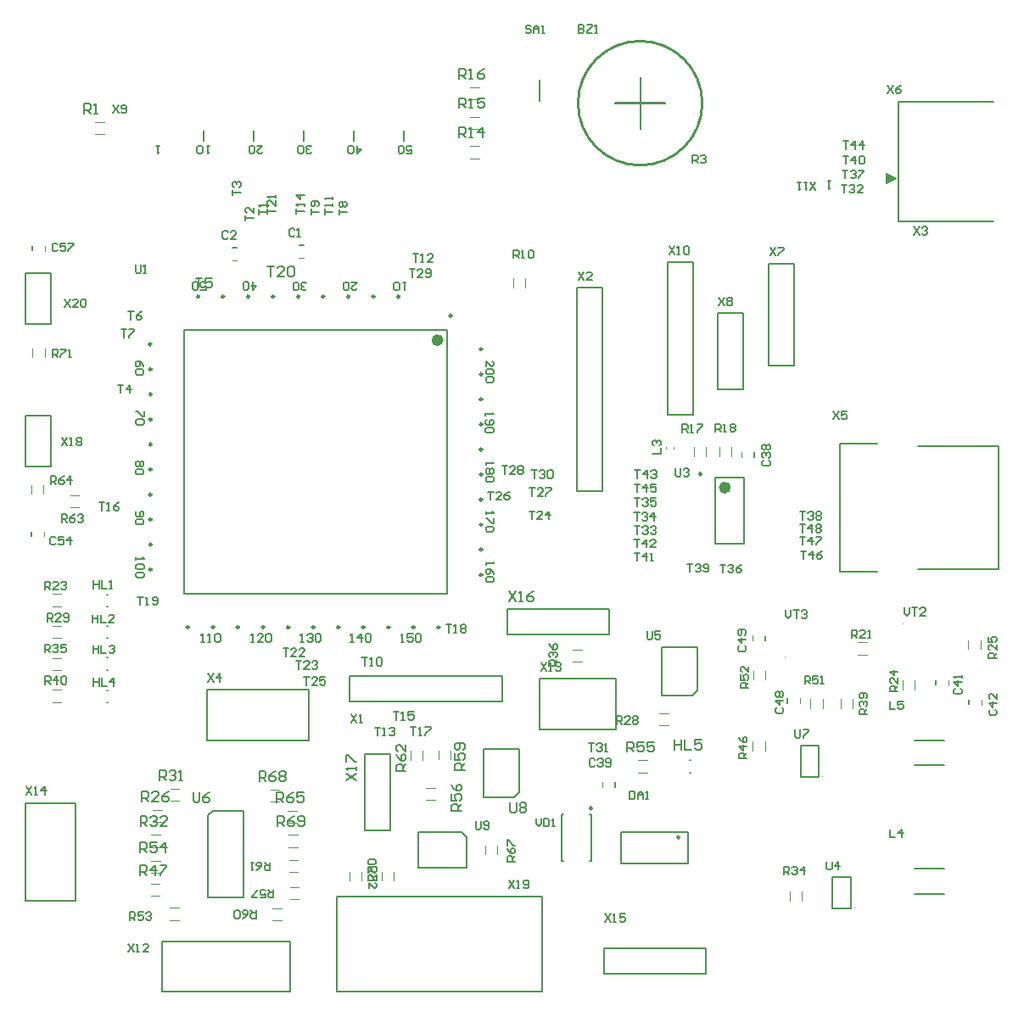
<source format=gto>
G04 Layer_Color=65535*
%FSLAX43Y43*%
%MOMM*%
G71*
G01*
G75*
%ADD39C,0.200*%
%ADD42C,0.600*%
%ADD45C,0.250*%
%ADD67C,0.100*%
%ADD68C,0.102*%
%ADD69C,0.254*%
%ADD70C,0.203*%
%ADD71C,0.127*%
%ADD72C,0.152*%
%ADD73C,0.150*%
G36*
X139183Y158750D02*
X138167Y158242D01*
Y159258D01*
X139183Y158750D01*
D02*
G37*
D39*
X118550Y99400D02*
X118650D01*
X118550Y100600D02*
X118650D01*
X103625Y103725D02*
X111200D01*
Y108750D01*
X103625D02*
X111200D01*
X103625Y103725D02*
Y108750D01*
X140975Y100098D02*
X143950D01*
X140975Y102598D02*
X143950D01*
X140975Y87300D02*
X143950D01*
X140975Y89800D02*
X143950D01*
X68097Y117243D02*
Y143543D01*
X94397Y117243D02*
Y143543D01*
X68097Y117243D02*
X94397D01*
X68097Y143543D02*
X94397D01*
X121075Y122225D02*
Y128825D01*
X123975Y122225D02*
Y128825D01*
X121075D02*
X123975D01*
X121075Y122225D02*
X123975D01*
X111125Y166200D02*
X113625D01*
X111125D02*
Y166250D01*
X116125D01*
Y166200D02*
Y166250D01*
X113625Y166200D02*
X116125D01*
X113625Y166250D02*
Y168825D01*
Y163625D02*
Y166200D01*
X111725Y90325D02*
Y93425D01*
X118425Y90325D02*
Y93425D01*
X111725Y90325D02*
X118425D01*
X111725Y93425D02*
X118425D01*
X60425Y117175D02*
X60525D01*
X60425Y115975D02*
X60525D01*
X60400Y114000D02*
X60500D01*
X60400Y112800D02*
X60500D01*
X60400Y110850D02*
X60500D01*
X60400Y109650D02*
X60500D01*
X60400Y107600D02*
X60500D01*
X60400Y106400D02*
X60500D01*
X108775Y90575D02*
X108775Y95175D01*
X105775D02*
X105775Y90575D01*
X108550Y95175D02*
X108775D01*
X108550Y90575D02*
X108775D01*
X105775Y95175D02*
X106000D01*
X105775Y90575D02*
X106000D01*
X65900Y77500D02*
X78700D01*
Y82525D01*
X65900D02*
X78700D01*
X65900Y77500D02*
Y82525D01*
X52275Y86550D02*
Y96325D01*
Y86550D02*
X57300D01*
Y96325D01*
X52275D02*
X57300D01*
X103625Y166425D02*
Y168500D01*
Y166450D02*
Y168525D01*
X133525Y119425D02*
X137325D01*
X133525D02*
Y132225D01*
X137325D01*
X141325Y131925D02*
X149425D01*
Y119725D02*
Y131925D01*
X141325Y119725D02*
X149425D01*
X84325Y98625D02*
X85325Y99291D01*
X84325D02*
X85325Y98625D01*
Y99625D02*
Y99958D01*
Y99791D01*
X84325D01*
X84492Y99625D01*
X84325Y100458D02*
Y101124D01*
X84492D01*
X85158Y100458D01*
X85325D01*
X100600Y96400D02*
Y95567D01*
X100767Y95400D01*
X101100D01*
X101266Y95567D01*
Y96400D01*
X101600Y96233D02*
X101766Y96400D01*
X102100D01*
X102266Y96233D01*
Y96066D01*
X102100Y95900D01*
X102266Y95733D01*
Y95567D01*
X102100Y95400D01*
X101766D01*
X101600Y95567D01*
Y95733D01*
X101766Y95900D01*
X101600Y96066D01*
Y96233D01*
X101766Y95900D02*
X102100D01*
X69011Y97403D02*
Y96570D01*
X69177Y96403D01*
X69510D01*
X69677Y96570D01*
Y97403D01*
X70677D02*
X70343Y97236D01*
X70010Y96903D01*
Y96570D01*
X70177Y96403D01*
X70510D01*
X70677Y96570D01*
Y96736D01*
X70510Y96903D01*
X70010D01*
X77445Y94005D02*
Y95005D01*
X77944D01*
X78111Y94838D01*
Y94505D01*
X77944Y94339D01*
X77445D01*
X77778D02*
X78111Y94005D01*
X79111Y95005D02*
X78777Y94838D01*
X78444Y94505D01*
Y94172D01*
X78611Y94005D01*
X78944D01*
X79111Y94172D01*
Y94339D01*
X78944Y94505D01*
X78444D01*
X79444Y94172D02*
X79611Y94005D01*
X79944D01*
X80110Y94172D01*
Y94838D01*
X79944Y95005D01*
X79611D01*
X79444Y94838D01*
Y94672D01*
X79611Y94505D01*
X80110D01*
X75616Y98552D02*
Y99552D01*
X76116D01*
X76282Y99385D01*
Y99052D01*
X76116Y98885D01*
X75616D01*
X75949D02*
X76282Y98552D01*
X77282Y99552D02*
X76949Y99385D01*
X76615Y99052D01*
Y98719D01*
X76782Y98552D01*
X77115D01*
X77282Y98719D01*
Y98885D01*
X77115Y99052D01*
X76615D01*
X77615Y99385D02*
X77782Y99552D01*
X78115D01*
X78282Y99385D01*
Y99218D01*
X78115Y99052D01*
X78282Y98885D01*
Y98719D01*
X78115Y98552D01*
X77782D01*
X77615Y98719D01*
Y98885D01*
X77782Y99052D01*
X77615Y99218D01*
Y99385D01*
X77782Y99052D02*
X78115D01*
X77368Y96418D02*
Y97418D01*
X77868D01*
X78035Y97251D01*
Y96918D01*
X77868Y96752D01*
X77368D01*
X77702D02*
X78035Y96418D01*
X79035Y97418D02*
X78701Y97251D01*
X78368Y96918D01*
Y96585D01*
X78535Y96418D01*
X78868D01*
X79035Y96585D01*
Y96752D01*
X78868Y96918D01*
X78368D01*
X80034Y97418D02*
X79368D01*
Y96918D01*
X79701Y97085D01*
X79868D01*
X80034Y96918D01*
Y96585D01*
X79868Y96418D01*
X79534D01*
X79368Y96585D01*
X90250Y99525D02*
X89250D01*
Y100025D01*
X89417Y100191D01*
X89750D01*
X89917Y100025D01*
Y99525D01*
Y99858D02*
X90250Y100191D01*
X89250Y101191D02*
X89417Y100858D01*
X89750Y100525D01*
X90083D01*
X90250Y100691D01*
Y101025D01*
X90083Y101191D01*
X89917D01*
X89750Y101025D01*
Y100525D01*
X90250Y102191D02*
Y101524D01*
X89584Y102191D01*
X89417D01*
X89250Y102024D01*
Y101691D01*
X89417Y101524D01*
X96125Y99650D02*
X95125D01*
Y100150D01*
X95292Y100316D01*
X95625D01*
X95792Y100150D01*
Y99650D01*
Y99983D02*
X96125Y100316D01*
X95125Y101316D02*
Y100650D01*
X95625D01*
X95459Y100983D01*
Y101150D01*
X95625Y101316D01*
X95958D01*
X96125Y101150D01*
Y100816D01*
X95958Y100650D01*
Y101649D02*
X96125Y101816D01*
Y102149D01*
X95958Y102316D01*
X95292D01*
X95125Y102149D01*
Y101816D01*
X95292Y101649D01*
X95459D01*
X95625Y101816D01*
Y102316D01*
X95800Y95550D02*
X94800D01*
Y96050D01*
X94967Y96216D01*
X95300D01*
X95467Y96050D01*
Y95550D01*
Y95883D02*
X95800Y96216D01*
X94800Y97216D02*
Y96550D01*
X95300D01*
X95134Y96883D01*
Y97050D01*
X95300Y97216D01*
X95633D01*
X95800Y97050D01*
Y96716D01*
X95633Y96550D01*
X94800Y98216D02*
X94967Y97883D01*
X95300Y97549D01*
X95633D01*
X95800Y97716D01*
Y98049D01*
X95633Y98216D01*
X95467D01*
X95300Y98049D01*
Y97549D01*
X63729Y91440D02*
Y92440D01*
X64228D01*
X64395Y92273D01*
Y91940D01*
X64228Y91773D01*
X63729D01*
X64062D02*
X64395Y91440D01*
X65395Y92440D02*
X64728D01*
Y91940D01*
X65062Y92106D01*
X65228D01*
X65395Y91940D01*
Y91607D01*
X65228Y91440D01*
X64895D01*
X64728Y91607D01*
X66228Y91440D02*
Y92440D01*
X65728Y91940D01*
X66394D01*
X63703Y89129D02*
Y90128D01*
X64203D01*
X64370Y89962D01*
Y89628D01*
X64203Y89462D01*
X63703D01*
X64036D02*
X64370Y89129D01*
X65203D02*
Y90128D01*
X64703Y89628D01*
X65369D01*
X65703Y90128D02*
X66369D01*
Y89962D01*
X65703Y89295D01*
Y89129D01*
X63754Y94005D02*
Y95005D01*
X64254D01*
X64420Y94838D01*
Y94505D01*
X64254Y94339D01*
X63754D01*
X64087D02*
X64420Y94005D01*
X64754Y94838D02*
X64920Y95005D01*
X65254D01*
X65420Y94838D01*
Y94672D01*
X65254Y94505D01*
X65087D01*
X65254D01*
X65420Y94339D01*
Y94172D01*
X65254Y94005D01*
X64920D01*
X64754Y94172D01*
X66420Y94005D02*
X65753D01*
X66420Y94672D01*
Y94838D01*
X66253Y95005D01*
X65920D01*
X65753Y94838D01*
X65634Y98603D02*
Y99602D01*
X66133D01*
X66300Y99436D01*
Y99103D01*
X66133Y98936D01*
X65634D01*
X65967D02*
X66300Y98603D01*
X66633Y99436D02*
X66800Y99602D01*
X67133D01*
X67300Y99436D01*
Y99269D01*
X67133Y99103D01*
X66966D01*
X67133D01*
X67300Y98936D01*
Y98769D01*
X67133Y98603D01*
X66800D01*
X66633Y98769D01*
X67633Y98603D02*
X67966D01*
X67800D01*
Y99602D01*
X67633Y99436D01*
X63906Y96520D02*
Y97520D01*
X64406D01*
X64573Y97353D01*
Y97020D01*
X64406Y96853D01*
X63906D01*
X64240D02*
X64573Y96520D01*
X65573D02*
X64906D01*
X65573Y97186D01*
Y97353D01*
X65406Y97520D01*
X65073D01*
X64906Y97353D01*
X66572Y97520D02*
X66239Y97353D01*
X65906Y97020D01*
Y96687D01*
X66072Y96520D01*
X66406D01*
X66572Y96687D01*
Y96853D01*
X66406Y97020D01*
X65906D01*
X76434Y149905D02*
X77100D01*
X76767D01*
Y148906D01*
X78100D02*
X77433D01*
X78100Y149572D01*
Y149739D01*
X77933Y149905D01*
X77600D01*
X77433Y149739D01*
X78433D02*
X78600Y149905D01*
X78933D01*
X79100Y149739D01*
Y149072D01*
X78933Y148906D01*
X78600D01*
X78433Y149072D01*
Y149739D01*
X69259Y148755D02*
X69925D01*
X69592D01*
Y147756D01*
X70925Y148755D02*
X70258D01*
Y148256D01*
X70592Y148422D01*
X70758D01*
X70925Y148256D01*
Y147922D01*
X70758Y147756D01*
X70425D01*
X70258Y147922D01*
X112344Y101448D02*
Y102447D01*
X112844D01*
X113011Y102281D01*
Y101947D01*
X112844Y101781D01*
X112344D01*
X112677D02*
X113011Y101448D01*
X114010Y102447D02*
X113344D01*
Y101947D01*
X113677Y102114D01*
X113844D01*
X114010Y101947D01*
Y101614D01*
X113844Y101448D01*
X113510D01*
X113344Y101614D01*
X115010Y102447D02*
X114344D01*
Y101947D01*
X114677Y102114D01*
X114843D01*
X115010Y101947D01*
Y101614D01*
X114843Y101448D01*
X114510D01*
X114344Y101614D01*
X117087Y102688D02*
Y101688D01*
Y102188D01*
X117753D01*
Y102688D01*
Y101688D01*
X118086Y102688D02*
Y101688D01*
X118753D01*
X119752Y102688D02*
X119086D01*
Y102188D01*
X119419Y102355D01*
X119586D01*
X119752Y102188D01*
Y101855D01*
X119586Y101688D01*
X119253D01*
X119086Y101855D01*
X133875Y162400D02*
X134408D01*
X134142D01*
Y161600D01*
X135075D02*
Y162400D01*
X134675Y162000D01*
X135208D01*
X135874Y161600D02*
Y162400D01*
X135474Y162000D01*
X136008D01*
X133875Y160925D02*
X134408D01*
X134142D01*
Y160125D01*
X135075D02*
Y160925D01*
X134675Y160525D01*
X135208D01*
X135474Y160791D02*
X135608Y160925D01*
X135874D01*
X136008Y160791D01*
Y160258D01*
X135874Y160125D01*
X135608D01*
X135474Y160258D01*
Y160791D01*
X133825Y159500D02*
X134358D01*
X134092D01*
Y158700D01*
X134625Y159366D02*
X134758Y159500D01*
X135025D01*
X135158Y159366D01*
Y159233D01*
X135025Y159100D01*
X134891D01*
X135025D01*
X135158Y158967D01*
Y158833D01*
X135025Y158700D01*
X134758D01*
X134625Y158833D01*
X135424Y159500D02*
X135958D01*
Y159366D01*
X135424Y158833D01*
Y158700D01*
X133700Y158050D02*
X134233D01*
X133967D01*
Y157250D01*
X134500Y157916D02*
X134633Y158050D01*
X134900D01*
X135033Y157916D01*
Y157783D01*
X134900Y157650D01*
X134766D01*
X134900D01*
X135033Y157517D01*
Y157383D01*
X134900Y157250D01*
X134633D01*
X134500Y157383D01*
X135833Y157250D02*
X135299D01*
X135833Y157783D01*
Y157916D01*
X135699Y158050D01*
X135433D01*
X135299Y157916D01*
X118325Y120200D02*
X118858D01*
X118592D01*
Y119400D01*
X119125Y120066D02*
X119258Y120200D01*
X119525D01*
X119658Y120066D01*
Y119933D01*
X119525Y119800D01*
X119391D01*
X119525D01*
X119658Y119667D01*
Y119533D01*
X119525Y119400D01*
X119258D01*
X119125Y119533D01*
X119924D02*
X120058Y119400D01*
X120324D01*
X120458Y119533D01*
Y120066D01*
X120324Y120200D01*
X120058D01*
X119924Y120066D01*
Y119933D01*
X120058Y119800D01*
X120458D01*
X121600Y120150D02*
X122133D01*
X121867D01*
Y119350D01*
X122400Y120016D02*
X122533Y120150D01*
X122800D01*
X122933Y120016D01*
Y119883D01*
X122800Y119750D01*
X122666D01*
X122800D01*
X122933Y119617D01*
Y119483D01*
X122800Y119350D01*
X122533D01*
X122400Y119483D01*
X123733Y120150D02*
X123466Y120016D01*
X123199Y119750D01*
Y119483D01*
X123333Y119350D01*
X123599D01*
X123733Y119483D01*
Y119617D01*
X123599Y119750D01*
X123199D01*
X108500Y102300D02*
X109033D01*
X108767D01*
Y101500D01*
X109300Y102166D02*
X109433Y102300D01*
X109700D01*
X109833Y102166D01*
Y102033D01*
X109700Y101900D01*
X109566D01*
X109700D01*
X109833Y101767D01*
Y101633D01*
X109700Y101500D01*
X109433D01*
X109300Y101633D01*
X110099Y101500D02*
X110366D01*
X110233D01*
Y102300D01*
X110099Y102166D01*
X138328Y167983D02*
X138862Y167183D01*
Y167983D02*
X138328Y167183D01*
X139661Y167983D02*
X139395Y167849D01*
X139128Y167583D01*
Y167316D01*
X139261Y167183D01*
X139528D01*
X139661Y167316D01*
Y167449D01*
X139528Y167583D01*
X139128D01*
X132918Y135445D02*
X133451Y134645D01*
Y135445D02*
X132918Y134645D01*
X134251Y135445D02*
X133718D01*
Y135045D01*
X133985Y135179D01*
X134118D01*
X134251Y135045D01*
Y134779D01*
X134118Y134645D01*
X133851D01*
X133718Y134779D01*
X126619Y151777D02*
X127152Y150978D01*
Y151777D02*
X126619Y150978D01*
X127419Y151777D02*
X127952D01*
Y151644D01*
X127419Y151111D01*
Y150978D01*
X80075Y108925D02*
X80608D01*
X80342D01*
Y108125D01*
X81408D02*
X80875D01*
X81408Y108658D01*
Y108791D01*
X81275Y108925D01*
X81008D01*
X80875Y108791D01*
X82208Y108925D02*
X81674D01*
Y108525D01*
X81941Y108658D01*
X82074D01*
X82208Y108525D01*
Y108258D01*
X82074Y108125D01*
X81808D01*
X81674Y108258D01*
X79275Y110525D02*
X79808D01*
X79542D01*
Y109725D01*
X80608D02*
X80075D01*
X80608Y110258D01*
Y110391D01*
X80475Y110525D01*
X80208D01*
X80075Y110391D01*
X80874D02*
X81008Y110525D01*
X81274D01*
X81408Y110391D01*
Y110258D01*
X81274Y110125D01*
X81141D01*
X81274D01*
X81408Y109992D01*
Y109858D01*
X81274Y109725D01*
X81008D01*
X80874Y109858D01*
X90957Y151142D02*
X91491D01*
X91224D01*
Y150343D01*
X91757D02*
X92024D01*
X91890D01*
Y151142D01*
X91757Y151009D01*
X92957Y150343D02*
X92424D01*
X92957Y150876D01*
Y151009D01*
X92823Y151142D01*
X92557D01*
X92424Y151009D01*
X102775Y129575D02*
X103308D01*
X103042D01*
Y128775D01*
X103575Y129441D02*
X103708Y129575D01*
X103975D01*
X104108Y129441D01*
Y129308D01*
X103975Y129175D01*
X103841D01*
X103975D01*
X104108Y129042D01*
Y128908D01*
X103975Y128775D01*
X103708D01*
X103575Y128908D01*
X104374Y129441D02*
X104508Y129575D01*
X104774D01*
X104908Y129441D01*
Y128908D01*
X104774Y128775D01*
X104508D01*
X104374Y128908D01*
Y129441D01*
X77997Y111803D02*
X78530D01*
X78264D01*
Y111003D01*
X79330D02*
X78797D01*
X79330Y111536D01*
Y111669D01*
X79197Y111803D01*
X78930D01*
X78797Y111669D01*
X80130Y111003D02*
X79597D01*
X80130Y111536D01*
Y111669D01*
X79996Y111803D01*
X79730D01*
X79597Y111669D01*
X102550Y125475D02*
X103083D01*
X102817D01*
Y124675D01*
X103883D02*
X103350D01*
X103883Y125208D01*
Y125341D01*
X103750Y125475D01*
X103483D01*
X103350Y125341D01*
X104549Y124675D02*
Y125475D01*
X104149Y125075D01*
X104683D01*
X63475Y116925D02*
X64008D01*
X63742D01*
Y116125D01*
X64275D02*
X64541D01*
X64408D01*
Y116925D01*
X64275Y116791D01*
X64941Y116258D02*
X65074Y116125D01*
X65341D01*
X65474Y116258D01*
Y116791D01*
X65341Y116925D01*
X65074D01*
X64941Y116791D01*
Y116658D01*
X65074Y116525D01*
X65474D01*
X90602Y149618D02*
X91135D01*
X90868D01*
Y148819D01*
X91935D02*
X91402D01*
X91935Y149352D01*
Y149485D01*
X91801Y149618D01*
X91535D01*
X91402Y149485D01*
X92201Y148952D02*
X92335Y148819D01*
X92601D01*
X92734Y148952D01*
Y149485D01*
X92601Y149618D01*
X92335D01*
X92201Y149485D01*
Y149352D01*
X92335Y149218D01*
X92734D01*
X76425Y155150D02*
Y155683D01*
Y155417D01*
X77225D01*
Y156483D02*
Y155950D01*
X76692Y156483D01*
X76559D01*
X76425Y156350D01*
Y156083D01*
X76559Y155950D01*
X77225Y156749D02*
Y157016D01*
Y156883D01*
X76425D01*
X76559Y156749D01*
X94250Y114150D02*
X94783D01*
X94517D01*
Y113350D01*
X95050D02*
X95316D01*
X95183D01*
Y114150D01*
X95050Y114016D01*
X95716D02*
X95849Y114150D01*
X96116D01*
X96249Y114016D01*
Y113883D01*
X96116Y113750D01*
X96249Y113617D01*
Y113483D01*
X96116Y113350D01*
X95849D01*
X95716Y113483D01*
Y113617D01*
X95849Y113750D01*
X95716Y113883D01*
Y114016D01*
X95849Y113750D02*
X96116D01*
X90725Y103900D02*
X91258D01*
X90992D01*
Y103100D01*
X91525D02*
X91791D01*
X91658D01*
Y103900D01*
X91525Y103766D01*
X92191Y103900D02*
X92724D01*
Y103766D01*
X92191Y103233D01*
Y103100D01*
X89025Y105450D02*
X89558D01*
X89292D01*
Y104650D01*
X89825D02*
X90091D01*
X89958D01*
Y105450D01*
X89825Y105316D01*
X91024Y105450D02*
X90491D01*
Y105050D01*
X90758Y105183D01*
X90891D01*
X91024Y105050D01*
Y104783D01*
X90891Y104650D01*
X90624D01*
X90491Y104783D01*
X87125Y103875D02*
X87658D01*
X87392D01*
Y103075D01*
X87925D02*
X88191D01*
X88058D01*
Y103875D01*
X87925Y103741D01*
X88591D02*
X88724Y103875D01*
X88991D01*
X89124Y103741D01*
Y103608D01*
X88991Y103475D01*
X88858D01*
X88991D01*
X89124Y103342D01*
Y103208D01*
X88991Y103075D01*
X88724D01*
X88591Y103208D01*
X85850Y110850D02*
X86383D01*
X86117D01*
Y110050D01*
X86650D02*
X86916D01*
X86783D01*
Y110850D01*
X86650Y110716D01*
X87316D02*
X87449Y110850D01*
X87716D01*
X87849Y110716D01*
Y110183D01*
X87716Y110050D01*
X87449D01*
X87316Y110183D01*
Y110716D01*
X72950Y157025D02*
Y157558D01*
Y157292D01*
X73750D01*
X73084Y157825D02*
X72950Y157958D01*
Y158225D01*
X73084Y158358D01*
X73217D01*
X73350Y158225D01*
Y158091D01*
Y158225D01*
X73483Y158358D01*
X73617D01*
X73750Y158225D01*
Y157958D01*
X73617Y157825D01*
X74250Y154450D02*
Y154983D01*
Y154717D01*
X75050D01*
Y155783D02*
Y155250D01*
X74517Y155783D01*
X74384D01*
X74250Y155650D01*
Y155383D01*
X74384Y155250D01*
X75600Y155050D02*
Y155583D01*
Y155317D01*
X76400D01*
Y155850D02*
Y156116D01*
Y155983D01*
X75600D01*
X75734Y155850D01*
X100990Y150724D02*
Y151523D01*
X101390D01*
X101524Y151390D01*
Y151123D01*
X101390Y150990D01*
X100990D01*
X101257D02*
X101524Y150724D01*
X101790D02*
X102057D01*
X101923D01*
Y151523D01*
X101790Y151390D01*
X102457D02*
X102590Y151523D01*
X102856D01*
X102990Y151390D01*
Y150857D01*
X102856Y150724D01*
X102590D01*
X102457Y150857D01*
Y151390D01*
X114875Y131225D02*
X115675D01*
Y131758D01*
X115009Y132025D02*
X114875Y132158D01*
Y132425D01*
X115009Y132558D01*
X115142D01*
X115275Y132425D01*
Y132291D01*
Y132425D01*
X115408Y132558D01*
X115542D01*
X115675Y132425D01*
Y132158D01*
X115542Y132025D01*
X79300Y155125D02*
Y155658D01*
Y155392D01*
X80100D01*
Y155925D02*
Y156191D01*
Y156058D01*
X79300D01*
X79434Y155925D01*
X80100Y156991D02*
X79300D01*
X79700Y156591D01*
Y157124D01*
X82150Y155100D02*
Y155633D01*
Y155367D01*
X82950D01*
Y155900D02*
Y156166D01*
Y156033D01*
X82150D01*
X82284Y155900D01*
X82950Y156566D02*
Y156833D01*
Y156699D01*
X82150D01*
X82284Y156566D01*
X80775Y155100D02*
Y155633D01*
Y155367D01*
X81575D01*
X81442Y155900D02*
X81575Y156033D01*
Y156300D01*
X81442Y156433D01*
X80909D01*
X80775Y156300D01*
Y156033D01*
X80909Y155900D01*
X81042D01*
X81175Y156033D01*
Y156433D01*
X83575Y155050D02*
Y155583D01*
Y155317D01*
X84375D01*
X83709Y155850D02*
X83575Y155983D01*
Y156250D01*
X83709Y156383D01*
X83842D01*
X83975Y156250D01*
X84108Y156383D01*
X84242D01*
X84375Y156250D01*
Y155983D01*
X84242Y155850D01*
X84108D01*
X83975Y155983D01*
X83842Y155850D01*
X83709D01*
X83975Y155983D02*
Y156250D01*
X113075Y128175D02*
X113608D01*
X113342D01*
Y127375D01*
X114275D02*
Y128175D01*
X113875Y127775D01*
X114408D01*
X115208Y128175D02*
X114674D01*
Y127775D01*
X114941Y127908D01*
X115074D01*
X115208Y127775D01*
Y127508D01*
X115074Y127375D01*
X114808D01*
X114674Y127508D01*
X113100Y129550D02*
X113633D01*
X113367D01*
Y128750D01*
X114300D02*
Y129550D01*
X113900Y129150D01*
X114433D01*
X114699Y129416D02*
X114833Y129550D01*
X115099D01*
X115233Y129416D01*
Y129283D01*
X115099Y129150D01*
X114966D01*
X115099D01*
X115233Y129017D01*
Y128883D01*
X115099Y128750D01*
X114833D01*
X114699Y128883D01*
X129575Y125425D02*
X130108D01*
X129842D01*
Y124625D01*
X130375Y125291D02*
X130508Y125425D01*
X130775D01*
X130908Y125291D01*
Y125158D01*
X130775Y125025D01*
X130641D01*
X130775D01*
X130908Y124892D01*
Y124758D01*
X130775Y124625D01*
X130508D01*
X130375Y124758D01*
X131174Y125291D02*
X131308Y125425D01*
X131574D01*
X131708Y125291D01*
Y125158D01*
X131574Y125025D01*
X131708Y124892D01*
Y124758D01*
X131574Y124625D01*
X131308D01*
X131174Y124758D01*
Y124892D01*
X131308Y125025D01*
X131174Y125158D01*
Y125291D01*
X131308Y125025D02*
X131574D01*
X98450Y127425D02*
X98983D01*
X98717D01*
Y126625D01*
X99783D02*
X99250D01*
X99783Y127158D01*
Y127291D01*
X99650Y127425D01*
X99383D01*
X99250Y127291D01*
X100583Y127425D02*
X100316Y127291D01*
X100049Y127025D01*
Y126758D01*
X100183Y126625D01*
X100449D01*
X100583Y126758D01*
Y126892D01*
X100449Y127025D01*
X100049D01*
X99825Y129975D02*
X100358D01*
X100092D01*
Y129175D01*
X101158D02*
X100625D01*
X101158Y129708D01*
Y129841D01*
X101025Y129975D01*
X100758D01*
X100625Y129841D01*
X101424D02*
X101558Y129975D01*
X101824D01*
X101958Y129841D01*
Y129708D01*
X101824Y129575D01*
X101958Y129442D01*
Y129308D01*
X101824Y129175D01*
X101558D01*
X101424Y129308D01*
Y129442D01*
X101558Y129575D01*
X101424Y129708D01*
Y129841D01*
X101558Y129575D02*
X101824D01*
X59625Y126350D02*
X60158D01*
X59892D01*
Y125550D01*
X60425D02*
X60691D01*
X60558D01*
Y126350D01*
X60425Y126216D01*
X61624Y126350D02*
X61358Y126216D01*
X61091Y125950D01*
Y125683D01*
X61224Y125550D01*
X61491D01*
X61624Y125683D01*
Y125817D01*
X61491Y125950D01*
X61091D01*
X61518Y138057D02*
X62051D01*
X61785D01*
Y137257D01*
X62718D02*
Y138057D01*
X62318Y137657D01*
X62851D01*
X113075Y126775D02*
X113608D01*
X113342D01*
Y125975D01*
X113875Y126641D02*
X114008Y126775D01*
X114275D01*
X114408Y126641D01*
Y126508D01*
X114275Y126375D01*
X114141D01*
X114275D01*
X114408Y126242D01*
Y126108D01*
X114275Y125975D01*
X114008D01*
X113875Y126108D01*
X115208Y126775D02*
X114674D01*
Y126375D01*
X114941Y126508D01*
X115074D01*
X115208Y126375D01*
Y126108D01*
X115074Y125975D01*
X114808D01*
X114674Y126108D01*
X113025Y125350D02*
X113558D01*
X113292D01*
Y124550D01*
X113825Y125216D02*
X113958Y125350D01*
X114225D01*
X114358Y125216D01*
Y125083D01*
X114225Y124950D01*
X114091D01*
X114225D01*
X114358Y124817D01*
Y124683D01*
X114225Y124550D01*
X113958D01*
X113825Y124683D01*
X115024Y124550D02*
Y125350D01*
X114624Y124950D01*
X115158D01*
X113075Y123975D02*
X113608D01*
X113342D01*
Y123175D01*
X113875Y123841D02*
X114008Y123975D01*
X114275D01*
X114408Y123841D01*
Y123708D01*
X114275Y123575D01*
X114141D01*
X114275D01*
X114408Y123442D01*
Y123308D01*
X114275Y123175D01*
X114008D01*
X113875Y123308D01*
X114674Y123841D02*
X114808Y123975D01*
X115074D01*
X115208Y123841D01*
Y123708D01*
X115074Y123575D01*
X114941D01*
X115074D01*
X115208Y123442D01*
Y123308D01*
X115074Y123175D01*
X114808D01*
X114674Y123308D01*
X129550Y124150D02*
X130083D01*
X129817D01*
Y123350D01*
X130750D02*
Y124150D01*
X130350Y123750D01*
X130883D01*
X131149Y124016D02*
X131283Y124150D01*
X131549D01*
X131683Y124016D01*
Y123883D01*
X131549Y123750D01*
X131683Y123617D01*
Y123483D01*
X131549Y123350D01*
X131283D01*
X131149Y123483D01*
Y123617D01*
X131283Y123750D01*
X131149Y123883D01*
Y124016D01*
X131283Y123750D02*
X131549D01*
X129575Y122900D02*
X130108D01*
X129842D01*
Y122100D01*
X130775D02*
Y122900D01*
X130375Y122500D01*
X130908D01*
X131174Y122900D02*
X131708D01*
Y122766D01*
X131174Y122233D01*
Y122100D01*
X129650Y121500D02*
X130183D01*
X129917D01*
Y120700D01*
X130850D02*
Y121500D01*
X130450Y121100D01*
X130983D01*
X131783Y121500D02*
X131516Y121366D01*
X131249Y121100D01*
Y120833D01*
X131383Y120700D01*
X131649D01*
X131783Y120833D01*
Y120967D01*
X131649Y121100D01*
X131249D01*
X113025Y122650D02*
X113558D01*
X113292D01*
Y121850D01*
X114225D02*
Y122650D01*
X113825Y122250D01*
X114358D01*
X115158Y121850D02*
X114624D01*
X115158Y122383D01*
Y122516D01*
X115024Y122650D01*
X114758D01*
X114624Y122516D01*
X113050Y121325D02*
X113583D01*
X113317D01*
Y120525D01*
X114250D02*
Y121325D01*
X113850Y120925D01*
X114383D01*
X114649Y120525D02*
X114916D01*
X114783D01*
Y121325D01*
X114649Y121191D01*
X61822Y143625D02*
X62355D01*
X62089D01*
Y142825D01*
X62622Y143625D02*
X63155D01*
Y143491D01*
X62622Y142958D01*
Y142825D01*
X62550Y145400D02*
X63083D01*
X62817D01*
Y144600D01*
X63883Y145400D02*
X63616Y145266D01*
X63350Y145000D01*
Y144733D01*
X63483Y144600D01*
X63750D01*
X63883Y144733D01*
Y144867D01*
X63750Y145000D01*
X63350D01*
X61025Y166025D02*
X61558Y165225D01*
Y166025D02*
X61025Y165225D01*
X61825Y165358D02*
X61958Y165225D01*
X62225D01*
X62358Y165358D01*
Y165891D01*
X62225Y166025D01*
X61958D01*
X61825Y165891D01*
Y165758D01*
X61958Y165625D01*
X62358D01*
X149200Y110800D02*
X148400D01*
Y111200D01*
X148534Y111333D01*
X148800D01*
X148933Y111200D01*
Y110800D01*
Y111067D02*
X149200Y111333D01*
Y112133D02*
Y111600D01*
X148667Y112133D01*
X148534D01*
X148400Y112000D01*
Y111733D01*
X148534Y111600D01*
X148400Y112933D02*
Y112399D01*
X148800D01*
X148667Y112666D01*
Y112799D01*
X148800Y112933D01*
X149067D01*
X149200Y112799D01*
Y112533D01*
X149067Y112399D01*
X139350Y107475D02*
X138550D01*
Y107875D01*
X138684Y108008D01*
X138950D01*
X139083Y107875D01*
Y107475D01*
Y107742D02*
X139350Y108008D01*
Y108808D02*
Y108275D01*
X138817Y108808D01*
X138684D01*
X138550Y108675D01*
Y108408D01*
X138684Y108275D01*
X139350Y109474D02*
X138550D01*
X138950Y109074D01*
Y109608D01*
X123509Y112033D02*
X123375Y111900D01*
Y111633D01*
X123509Y111500D01*
X124042D01*
X124175Y111633D01*
Y111900D01*
X124042Y112033D01*
X124175Y112700D02*
X123375D01*
X123775Y112300D01*
Y112833D01*
X124042Y113099D02*
X124175Y113233D01*
Y113499D01*
X124042Y113633D01*
X123509D01*
X123375Y113499D01*
Y113233D01*
X123509Y113099D01*
X123642D01*
X123775Y113233D01*
Y113633D01*
X148559Y105658D02*
X148425Y105525D01*
Y105258D01*
X148559Y105125D01*
X149092D01*
X149225Y105258D01*
Y105525D01*
X149092Y105658D01*
X149225Y106325D02*
X148425D01*
X148825Y105925D01*
Y106458D01*
X149225Y107258D02*
Y106724D01*
X148692Y107258D01*
X148559D01*
X148425Y107124D01*
Y106858D01*
X148559Y106724D01*
X127259Y105858D02*
X127125Y105725D01*
Y105458D01*
X127259Y105325D01*
X127792D01*
X127925Y105458D01*
Y105725D01*
X127792Y105858D01*
X127925Y106525D02*
X127125D01*
X127525Y106125D01*
Y106658D01*
X127259Y106924D02*
X127125Y107058D01*
Y107324D01*
X127259Y107458D01*
X127392D01*
X127525Y107324D01*
X127658Y107458D01*
X127792D01*
X127925Y107324D01*
Y107058D01*
X127792Y106924D01*
X127658D01*
X127525Y107058D01*
X127392Y106924D01*
X127259D01*
X127525Y107058D02*
Y107324D01*
X145059Y107758D02*
X144925Y107625D01*
Y107358D01*
X145059Y107225D01*
X145592D01*
X145725Y107358D01*
Y107625D01*
X145592Y107758D01*
X145725Y108425D02*
X144925D01*
X145325Y108025D01*
Y108558D01*
X145725Y108824D02*
Y109091D01*
Y108958D01*
X144925D01*
X145059Y108824D01*
X110134Y85280D02*
X110668Y84480D01*
Y85280D02*
X110134Y84480D01*
X110934D02*
X111201D01*
X111067D01*
Y85280D01*
X110934Y85147D01*
X112134Y85280D02*
X111601D01*
Y84880D01*
X111867Y85014D01*
X112000D01*
X112134Y84880D01*
Y84614D01*
X112000Y84480D01*
X111734D01*
X111601Y84614D01*
X102743Y173844D02*
X102609Y173977D01*
X102343D01*
X102210Y173844D01*
Y173710D01*
X102343Y173577D01*
X102609D01*
X102743Y173444D01*
Y173310D01*
X102609Y173177D01*
X102343D01*
X102210Y173310D01*
X103009Y173177D02*
Y173710D01*
X103276Y173977D01*
X103543Y173710D01*
Y173177D01*
Y173577D01*
X103009D01*
X103809Y173177D02*
X104076D01*
X103942D01*
Y173977D01*
X103809Y173844D01*
X109108Y100641D02*
X108975Y100775D01*
X108708D01*
X108575Y100641D01*
Y100108D01*
X108708Y99975D01*
X108975D01*
X109108Y100108D01*
X109375Y100641D02*
X109508Y100775D01*
X109775D01*
X109908Y100641D01*
Y100508D01*
X109775Y100375D01*
X109641D01*
X109775D01*
X109908Y100242D01*
Y100108D01*
X109775Y99975D01*
X109508D01*
X109375Y100108D01*
X110174D02*
X110308Y99975D01*
X110574D01*
X110708Y100108D01*
Y100641D01*
X110574Y100775D01*
X110308D01*
X110174Y100641D01*
Y100508D01*
X110308Y100375D01*
X110708D01*
X116510Y151904D02*
X117043Y151105D01*
Y151904D02*
X116510Y151105D01*
X117310D02*
X117576D01*
X117443D01*
Y151904D01*
X117310Y151771D01*
X117976D02*
X118109Y151904D01*
X118376D01*
X118509Y151771D01*
Y151238D01*
X118376Y151105D01*
X118109D01*
X117976Y151238D01*
Y151771D01*
X52375Y97980D02*
X52908Y97180D01*
Y97980D02*
X52375Y97180D01*
X53175D02*
X53441D01*
X53308D01*
Y97980D01*
X53175Y97847D01*
X54241Y97180D02*
Y97980D01*
X53841Y97580D01*
X54374D01*
X62550Y82300D02*
X63083Y81500D01*
Y82300D02*
X62550Y81500D01*
X63350D02*
X63616D01*
X63483D01*
Y82300D01*
X63350Y82166D01*
X64549Y81500D02*
X64016D01*
X64549Y82033D01*
Y82166D01*
X64416Y82300D01*
X64149D01*
X64016Y82166D01*
X121488Y146799D02*
X122021Y145999D01*
Y146799D02*
X121488Y145999D01*
X122288Y146666D02*
X122421Y146799D01*
X122688D01*
X122821Y146666D01*
Y146532D01*
X122688Y146399D01*
X122821Y146266D01*
Y146132D01*
X122688Y145999D01*
X122421D01*
X122288Y146132D01*
Y146266D01*
X122421Y146399D01*
X122288Y146532D01*
Y146666D01*
X122421Y146399D02*
X122688D01*
X56200Y146650D02*
X56733Y145850D01*
Y146650D02*
X56200Y145850D01*
X57533D02*
X57000D01*
X57533Y146383D01*
Y146516D01*
X57400Y146650D01*
X57133D01*
X57000Y146516D01*
X57799D02*
X57933Y146650D01*
X58199D01*
X58333Y146516D01*
Y145983D01*
X58199Y145850D01*
X57933D01*
X57799Y145983D01*
Y146516D01*
X55900Y132825D02*
X56433Y132025D01*
Y132825D02*
X55900Y132025D01*
X56700D02*
X56966D01*
X56833D01*
Y132825D01*
X56700Y132691D01*
X57366D02*
X57499Y132825D01*
X57766D01*
X57899Y132691D01*
Y132558D01*
X57766Y132425D01*
X57899Y132292D01*
Y132158D01*
X57766Y132025D01*
X57499D01*
X57366Y132158D01*
Y132292D01*
X57499Y132425D01*
X57366Y132558D01*
Y132691D01*
X57499Y132425D02*
X57766D01*
X118847Y160223D02*
Y161023D01*
X119246D01*
X119380Y160890D01*
Y160623D01*
X119246Y160490D01*
X118847D01*
X119113D02*
X119380Y160223D01*
X119646Y160890D02*
X119780Y161023D01*
X120046D01*
X120179Y160890D01*
Y160756D01*
X120046Y160623D01*
X119913D01*
X120046D01*
X120179Y160490D01*
Y160356D01*
X120046Y160223D01*
X119780D01*
X119646Y160356D01*
X86535Y89980D02*
X87335D01*
Y89580D01*
X87201Y89447D01*
X86935D01*
X86802Y89580D01*
Y89980D01*
Y89713D02*
X86535Y89447D01*
X87335Y89180D02*
Y88647D01*
X87201D01*
X86668Y89180D01*
X86535D01*
Y87847D02*
Y88381D01*
X87068Y87847D01*
X87201D01*
X87335Y87981D01*
Y88247D01*
X87201Y88381D01*
X87250Y88600D02*
X86450D01*
Y89000D01*
X86584Y89133D01*
X86850D01*
X86983Y89000D01*
Y88600D01*
Y88867D02*
X87250Y89133D01*
X86450Y89400D02*
Y89933D01*
X86584D01*
X87117Y89400D01*
X87250D01*
X86584Y90199D02*
X86450Y90333D01*
Y90599D01*
X86584Y90733D01*
X87117D01*
X87250Y90599D01*
Y90333D01*
X87117Y90199D01*
X86584D01*
X101135Y90505D02*
X100335D01*
Y90905D01*
X100469Y91038D01*
X100735D01*
X100868Y90905D01*
Y90505D01*
Y90772D02*
X101135Y91038D01*
X100335Y91838D02*
X100469Y91571D01*
X100735Y91305D01*
X101002D01*
X101135Y91438D01*
Y91705D01*
X101002Y91838D01*
X100868D01*
X100735Y91705D01*
Y91305D01*
X100335Y92104D02*
Y92638D01*
X100469D01*
X101002Y92104D01*
X101135D01*
X76650Y90425D02*
Y89625D01*
X76250D01*
X76117Y89759D01*
Y90025D01*
X76250Y90158D01*
X76650D01*
X76383D02*
X76117Y90425D01*
X75317Y89625D02*
X75584Y89759D01*
X75850Y90025D01*
Y90292D01*
X75717Y90425D01*
X75450D01*
X75317Y90292D01*
Y90158D01*
X75450Y90025D01*
X75850D01*
X75051Y90425D02*
X74784D01*
X74917D01*
Y89625D01*
X75051Y89759D01*
X75275Y85625D02*
Y84825D01*
X74875D01*
X74742Y84959D01*
Y85225D01*
X74875Y85358D01*
X75275D01*
X75008D02*
X74742Y85625D01*
X73942Y84825D02*
X74209Y84959D01*
X74475Y85225D01*
Y85492D01*
X74342Y85625D01*
X74075D01*
X73942Y85492D01*
Y85358D01*
X74075Y85225D01*
X74475D01*
X73676Y84959D02*
X73542Y84825D01*
X73276D01*
X73142Y84959D01*
Y85492D01*
X73276Y85625D01*
X73542D01*
X73676Y85492D01*
Y84959D01*
X54250Y108200D02*
Y109000D01*
X54650D01*
X54783Y108866D01*
Y108600D01*
X54650Y108467D01*
X54250D01*
X54517D02*
X54783Y108200D01*
X55450D02*
Y109000D01*
X55050Y108600D01*
X55583D01*
X55849Y108866D02*
X55983Y109000D01*
X56249D01*
X56383Y108866D01*
Y108333D01*
X56249Y108200D01*
X55983D01*
X55849Y108333D01*
Y108866D01*
X124450Y107825D02*
X123650D01*
Y108225D01*
X123784Y108358D01*
X124050D01*
X124183Y108225D01*
Y107825D01*
Y108092D02*
X124450Y108358D01*
X123650Y109158D02*
Y108625D01*
X124050D01*
X123917Y108891D01*
Y109025D01*
X124050Y109158D01*
X124317D01*
X124450Y109025D01*
Y108758D01*
X124317Y108625D01*
X124450Y109958D02*
Y109424D01*
X123917Y109958D01*
X123784D01*
X123650Y109824D01*
Y109558D01*
X123784Y109424D01*
X130050Y108225D02*
Y109025D01*
X130450D01*
X130583Y108891D01*
Y108625D01*
X130450Y108492D01*
X130050D01*
X130317D02*
X130583Y108225D01*
X131383Y109025D02*
X130850D01*
Y108625D01*
X131116Y108758D01*
X131250D01*
X131383Y108625D01*
Y108358D01*
X131250Y108225D01*
X130983D01*
X130850Y108358D01*
X131649Y108225D02*
X131916D01*
X131783D01*
Y109025D01*
X131649Y108891D01*
X54200Y111375D02*
Y112175D01*
X54600D01*
X54733Y112041D01*
Y111775D01*
X54600Y111642D01*
X54200D01*
X54467D02*
X54733Y111375D01*
X55000Y112041D02*
X55133Y112175D01*
X55400D01*
X55533Y112041D01*
Y111908D01*
X55400Y111775D01*
X55266D01*
X55400D01*
X55533Y111642D01*
Y111508D01*
X55400Y111375D01*
X55133D01*
X55000Y111508D01*
X56333Y112175D02*
X55799D01*
Y111775D01*
X56066Y111908D01*
X56199D01*
X56333Y111775D01*
Y111508D01*
X56199Y111375D01*
X55933D01*
X55799Y111508D01*
X62700Y84650D02*
Y85450D01*
X63100D01*
X63233Y85316D01*
Y85050D01*
X63100Y84917D01*
X62700D01*
X62967D02*
X63233Y84650D01*
X64033Y85450D02*
X63500D01*
Y85050D01*
X63766Y85183D01*
X63900D01*
X64033Y85050D01*
Y84783D01*
X63900Y84650D01*
X63633D01*
X63500Y84783D01*
X64299Y85316D02*
X64433Y85450D01*
X64699D01*
X64833Y85316D01*
Y85183D01*
X64699Y85050D01*
X64566D01*
X64699D01*
X64833Y84917D01*
Y84783D01*
X64699Y84650D01*
X64433D01*
X64299Y84783D01*
X54475Y114475D02*
Y115275D01*
X54875D01*
X55008Y115141D01*
Y114875D01*
X54875Y114742D01*
X54475D01*
X54742D02*
X55008Y114475D01*
X55808D02*
X55275D01*
X55808Y115008D01*
Y115141D01*
X55675Y115275D01*
X55408D01*
X55275Y115141D01*
X56074Y114608D02*
X56208Y114475D01*
X56474D01*
X56608Y114608D01*
Y115141D01*
X56474Y115275D01*
X56208D01*
X56074Y115141D01*
Y115008D01*
X56208Y114875D01*
X56608D01*
X124275Y100800D02*
X123475D01*
Y101200D01*
X123609Y101333D01*
X123875D01*
X124008Y101200D01*
Y100800D01*
Y101067D02*
X124275Y101333D01*
Y102000D02*
X123475D01*
X123875Y101600D01*
Y102133D01*
X123475Y102933D02*
X123609Y102666D01*
X123875Y102399D01*
X124142D01*
X124275Y102533D01*
Y102799D01*
X124142Y102933D01*
X124008D01*
X123875Y102799D01*
Y102399D01*
X127975Y89200D02*
Y90000D01*
X128375D01*
X128508Y89866D01*
Y89600D01*
X128375Y89467D01*
X127975D01*
X128242D02*
X128508Y89200D01*
X128775Y89866D02*
X128908Y90000D01*
X129175D01*
X129308Y89866D01*
Y89733D01*
X129175Y89600D01*
X129041D01*
X129175D01*
X129308Y89467D01*
Y89333D01*
X129175Y89200D01*
X128908D01*
X128775Y89333D01*
X129974Y89200D02*
Y90000D01*
X129574Y89600D01*
X130108D01*
X54225Y117650D02*
Y118450D01*
X54625D01*
X54758Y118316D01*
Y118050D01*
X54625Y117917D01*
X54225D01*
X54492D02*
X54758Y117650D01*
X55558D02*
X55025D01*
X55558Y118183D01*
Y118316D01*
X55425Y118450D01*
X55158D01*
X55025Y118316D01*
X55824D02*
X55958Y118450D01*
X56224D01*
X56358Y118316D01*
Y118183D01*
X56224Y118050D01*
X56091D01*
X56224D01*
X56358Y117917D01*
Y117783D01*
X56224Y117650D01*
X55958D01*
X55824Y117783D01*
X136300Y105175D02*
X135500D01*
Y105575D01*
X135634Y105708D01*
X135900D01*
X136033Y105575D01*
Y105175D01*
Y105442D02*
X136300Y105708D01*
X135634Y105975D02*
X135500Y106108D01*
Y106375D01*
X135634Y106508D01*
X135767D01*
X135900Y106375D01*
Y106241D01*
Y106375D01*
X136033Y106508D01*
X136167D01*
X136300Y106375D01*
Y106108D01*
X136167Y105975D01*
Y106774D02*
X136300Y106908D01*
Y107174D01*
X136167Y107308D01*
X135634D01*
X135500Y107174D01*
Y106908D01*
X135634Y106774D01*
X135767D01*
X135900Y106908D01*
Y107308D01*
X134750Y112800D02*
Y113600D01*
X135150D01*
X135283Y113466D01*
Y113200D01*
X135150Y113067D01*
X134750D01*
X135017D02*
X135283Y112800D01*
X136083D02*
X135550D01*
X136083Y113333D01*
Y113466D01*
X135950Y113600D01*
X135683D01*
X135550Y113466D01*
X136349Y112800D02*
X136616D01*
X136483D01*
Y113600D01*
X136349Y113466D01*
X121150Y133400D02*
Y134200D01*
X121550D01*
X121683Y134066D01*
Y133800D01*
X121550Y133667D01*
X121150D01*
X121417D02*
X121683Y133400D01*
X121950D02*
X122216D01*
X122083D01*
Y134200D01*
X121950Y134066D01*
X122616D02*
X122749Y134200D01*
X123016D01*
X123149Y134066D01*
Y133933D01*
X123016Y133800D01*
X123149Y133667D01*
Y133533D01*
X123016Y133400D01*
X122749D01*
X122616Y133533D01*
Y133667D01*
X122749Y133800D01*
X122616Y133933D01*
Y134066D01*
X122749Y133800D02*
X123016D01*
X117850Y133350D02*
Y134150D01*
X118250D01*
X118383Y134016D01*
Y133750D01*
X118250Y133617D01*
X117850D01*
X118117D02*
X118383Y133350D01*
X118650D02*
X118916D01*
X118783D01*
Y134150D01*
X118650Y134016D01*
X119316Y134150D02*
X119849D01*
Y134016D01*
X119316Y133483D01*
Y133350D01*
X54975Y140850D02*
Y141650D01*
X55375D01*
X55508Y141516D01*
Y141250D01*
X55375Y141117D01*
X54975D01*
X55242D02*
X55508Y140850D01*
X55775Y141650D02*
X56308D01*
Y141516D01*
X55775Y140983D01*
Y140850D01*
X56574D02*
X56841D01*
X56708D01*
Y141650D01*
X56574Y141516D01*
X54800Y128175D02*
Y128975D01*
X55200D01*
X55333Y128841D01*
Y128575D01*
X55200Y128442D01*
X54800D01*
X55067D02*
X55333Y128175D01*
X56133Y128975D02*
X55866Y128841D01*
X55600Y128575D01*
Y128308D01*
X55733Y128175D01*
X56000D01*
X56133Y128308D01*
Y128442D01*
X56000Y128575D01*
X55600D01*
X56799Y128175D02*
Y128975D01*
X56399Y128575D01*
X56933D01*
X55900Y124375D02*
Y125175D01*
X56300D01*
X56433Y125041D01*
Y124775D01*
X56300Y124642D01*
X55900D01*
X56167D02*
X56433Y124375D01*
X57233Y125175D02*
X56966Y125041D01*
X56700Y124775D01*
Y124508D01*
X56833Y124375D01*
X57100D01*
X57233Y124508D01*
Y124642D01*
X57100Y124775D01*
X56700D01*
X57499Y125041D02*
X57633Y125175D01*
X57899D01*
X58033Y125041D01*
Y124908D01*
X57899Y124775D01*
X57766D01*
X57899D01*
X58033Y124642D01*
Y124508D01*
X57899Y124375D01*
X57633D01*
X57499Y124508D01*
X125934Y130533D02*
X125800Y130400D01*
Y130133D01*
X125934Y130000D01*
X126467D01*
X126600Y130133D01*
Y130400D01*
X126467Y130533D01*
X125934Y130800D02*
X125800Y130933D01*
Y131200D01*
X125934Y131333D01*
X126067D01*
X126200Y131200D01*
Y131066D01*
Y131200D01*
X126333Y131333D01*
X126467D01*
X126600Y131200D01*
Y130933D01*
X126467Y130800D01*
X125934Y131599D02*
X125800Y131733D01*
Y131999D01*
X125934Y132133D01*
X126067D01*
X126200Y131999D01*
X126333Y132133D01*
X126467D01*
X126600Y131999D01*
Y131733D01*
X126467Y131599D01*
X126333D01*
X126200Y131733D01*
X126067Y131599D01*
X125934D01*
X126200Y131733D02*
Y131999D01*
X55483Y152091D02*
X55350Y152225D01*
X55083D01*
X54950Y152091D01*
Y151558D01*
X55083Y151425D01*
X55350D01*
X55483Y151558D01*
X56283Y152225D02*
X55750D01*
Y151825D01*
X56016Y151958D01*
X56150D01*
X56283Y151825D01*
Y151558D01*
X56150Y151425D01*
X55883D01*
X55750Y151558D01*
X56549Y152225D02*
X57083D01*
Y152091D01*
X56549Y151558D01*
Y151425D01*
X55308Y122791D02*
X55175Y122925D01*
X54908D01*
X54775Y122791D01*
Y122258D01*
X54908Y122125D01*
X55175D01*
X55308Y122258D01*
X56108Y122925D02*
X55575D01*
Y122525D01*
X55841Y122658D01*
X55975D01*
X56108Y122525D01*
Y122258D01*
X55975Y122125D01*
X55708D01*
X55575Y122258D01*
X56774Y122125D02*
Y122925D01*
X56374Y122525D01*
X56908D01*
X72491Y153295D02*
X72358Y153428D01*
X72091D01*
X71958Y153295D01*
Y152762D01*
X72091Y152629D01*
X72358D01*
X72491Y152762D01*
X73291Y152629D02*
X72758D01*
X73291Y153162D01*
Y153295D01*
X73158Y153428D01*
X72891D01*
X72758Y153295D01*
X79146Y153574D02*
X79013Y153708D01*
X78746D01*
X78613Y153574D01*
Y153041D01*
X78746Y152908D01*
X79013D01*
X79146Y153041D01*
X79413Y152908D02*
X79679D01*
X79546D01*
Y153708D01*
X79413Y153574D01*
X103225Y94800D02*
Y94267D01*
X103492Y94000D01*
X103758Y94267D01*
Y94800D01*
X104025D02*
Y94000D01*
X104425D01*
X104558Y94133D01*
Y94666D01*
X104425Y94800D01*
X104025D01*
X104824Y94000D02*
X105091D01*
X104958D01*
Y94800D01*
X104824Y94666D01*
X59075Y108825D02*
Y108025D01*
Y108425D01*
X59608D01*
Y108825D01*
Y108025D01*
X59875Y108825D02*
Y108025D01*
X60408D01*
X61074D02*
Y108825D01*
X60674Y108425D01*
X61208D01*
X59025Y112100D02*
Y111300D01*
Y111700D01*
X59558D01*
Y112100D01*
Y111300D01*
X59825Y112100D02*
Y111300D01*
X60358D01*
X60624Y111966D02*
X60758Y112100D01*
X61024D01*
X61158Y111966D01*
Y111833D01*
X61024Y111700D01*
X60891D01*
X61024D01*
X61158Y111567D01*
Y111433D01*
X61024Y111300D01*
X60758D01*
X60624Y111433D01*
X58975Y115150D02*
Y114350D01*
Y114750D01*
X59508D01*
Y115150D01*
Y114350D01*
X59775Y115150D02*
Y114350D01*
X60308D01*
X61108D02*
X60574D01*
X61108Y114883D01*
Y115016D01*
X60974Y115150D01*
X60708D01*
X60574Y115016D01*
X59075Y118550D02*
Y117750D01*
Y118150D01*
X59608D01*
Y118550D01*
Y117750D01*
X59875Y118550D02*
Y117750D01*
X60408D01*
X60674D02*
X60941D01*
X60808D01*
Y118550D01*
X60674Y118416D01*
X112575Y97525D02*
Y96725D01*
X112975D01*
X113108Y96858D01*
Y97391D01*
X112975Y97525D01*
X112575D01*
X113375Y96725D02*
Y97258D01*
X113641Y97525D01*
X113908Y97258D01*
Y96725D01*
Y97125D01*
X113375D01*
X114174Y96725D02*
X114441D01*
X114308D01*
Y97525D01*
X114174Y97391D01*
X100500Y88625D02*
X101033Y87825D01*
Y88625D02*
X100500Y87825D01*
X101300D02*
X101566D01*
X101433D01*
Y88625D01*
X101300Y88491D01*
X101966Y87958D02*
X102099Y87825D01*
X102366D01*
X102499Y87958D01*
Y88491D01*
X102366Y88625D01*
X102099D01*
X101966Y88491D01*
Y88358D01*
X102099Y88225D01*
X102499D01*
X77025Y87700D02*
Y86900D01*
X76625D01*
X76492Y87034D01*
Y87300D01*
X76625Y87433D01*
X77025D01*
X76758D02*
X76492Y87700D01*
X75692Y86900D02*
X76225D01*
Y87300D01*
X75959Y87167D01*
X75825D01*
X75692Y87300D01*
Y87567D01*
X75825Y87700D01*
X76092D01*
X76225Y87567D01*
X75426Y86900D02*
X74892D01*
Y87034D01*
X75426Y87567D01*
Y87700D01*
X107493Y174028D02*
Y173228D01*
X107893D01*
X108026Y173361D01*
Y173495D01*
X107893Y173628D01*
X107493D01*
X107893D01*
X108026Y173761D01*
Y173894D01*
X107893Y174028D01*
X107493D01*
X108293D02*
X108826D01*
Y173894D01*
X108293Y173361D01*
Y173228D01*
X108826D01*
X109092D02*
X109359D01*
X109226D01*
Y174028D01*
X109092Y173894D01*
X117150Y129750D02*
Y129083D01*
X117283Y128950D01*
X117550D01*
X117683Y129083D01*
Y129750D01*
X117950Y129616D02*
X118083Y129750D01*
X118350D01*
X118483Y129616D01*
Y129483D01*
X118350Y129350D01*
X118216D01*
X118350D01*
X118483Y129217D01*
Y129083D01*
X118350Y128950D01*
X118083D01*
X117950Y129083D01*
X140950Y153875D02*
X141483Y153075D01*
Y153875D02*
X140950Y153075D01*
X141750Y153741D02*
X141883Y153875D01*
X142150D01*
X142283Y153741D01*
Y153608D01*
X142150Y153475D01*
X142016D01*
X142150D01*
X142283Y153342D01*
Y153208D01*
X142150Y153075D01*
X141883D01*
X141750Y153208D01*
X107467Y149339D02*
X108001Y148539D01*
Y149339D02*
X107467Y148539D01*
X108800D02*
X108267D01*
X108800Y149072D01*
Y149206D01*
X108667Y149339D01*
X108400D01*
X108267Y149206D01*
X84800Y105200D02*
X85333Y104400D01*
Y105200D02*
X84800Y104400D01*
X85600D02*
X85866D01*
X85733D01*
Y105200D01*
X85600Y105066D01*
X131100Y157525D02*
X130567Y158325D01*
Y157525D02*
X131100Y158325D01*
X130300D02*
X130034D01*
X130167D01*
Y157525D01*
X130300Y157659D01*
X129634Y158325D02*
X129367D01*
X129501D01*
Y157525D01*
X129634Y157659D01*
X63271Y150076D02*
Y149409D01*
X63405Y149276D01*
X63671D01*
X63805Y149409D01*
Y150076D01*
X64071Y149276D02*
X64338D01*
X64204D01*
Y150076D01*
X64071Y149942D01*
X139954Y115836D02*
Y115303D01*
X140221Y115037D01*
X140487Y115303D01*
Y115836D01*
X140754D02*
X141287D01*
X141020D01*
Y115037D01*
X142087D02*
X141553D01*
X142087Y115570D01*
Y115703D01*
X141953Y115836D01*
X141687D01*
X141553Y115703D01*
X132232Y90487D02*
Y89821D01*
X132366Y89687D01*
X132632D01*
X132766Y89821D01*
Y90487D01*
X133432Y89687D02*
Y90487D01*
X133032Y90087D01*
X133565D01*
X129083Y103644D02*
Y102978D01*
X129216Y102845D01*
X129483D01*
X129616Y102978D01*
Y103644D01*
X129883D02*
X130416D01*
Y103511D01*
X129883Y102978D01*
Y102845D01*
X97200Y94525D02*
Y93858D01*
X97333Y93725D01*
X97600D01*
X97733Y93858D01*
Y94525D01*
X98000Y93858D02*
X98133Y93725D01*
X98400D01*
X98533Y93858D01*
Y94391D01*
X98400Y94525D01*
X98133D01*
X98000Y94391D01*
Y94258D01*
X98133Y94125D01*
X98533D01*
X138557Y93713D02*
Y92913D01*
X139090D01*
X139757D02*
Y93713D01*
X139357Y93313D01*
X139890D01*
X138557Y106515D02*
Y105715D01*
X139090D01*
X139890Y106515D02*
X139357D01*
Y106115D01*
X139623Y106248D01*
X139757D01*
X139890Y106115D01*
Y105848D01*
X139757Y105715D01*
X139490D01*
X139357Y105848D01*
X111275Y104225D02*
Y105025D01*
X111675D01*
X111808Y104891D01*
Y104625D01*
X111675Y104492D01*
X111275D01*
X111542D02*
X111808Y104225D01*
X112608D02*
X112075D01*
X112608Y104758D01*
Y104891D01*
X112475Y105025D01*
X112208D01*
X112075Y104891D01*
X112874D02*
X113008Y105025D01*
X113274D01*
X113408Y104891D01*
Y104758D01*
X113274Y104625D01*
X113408Y104492D01*
Y104358D01*
X113274Y104225D01*
X113008D01*
X112874Y104358D01*
Y104492D01*
X113008Y104625D01*
X112874Y104758D01*
Y104891D01*
X113008Y104625D02*
X113274D01*
X105350Y110075D02*
X104550D01*
Y110475D01*
X104684Y110608D01*
X104950D01*
X105083Y110475D01*
Y110075D01*
Y110342D02*
X105350Y110608D01*
X104684Y110875D02*
X104550Y111008D01*
Y111275D01*
X104684Y111408D01*
X104817D01*
X104950Y111275D01*
Y111141D01*
Y111275D01*
X105083Y111408D01*
X105217D01*
X105350Y111275D01*
Y111008D01*
X105217Y110875D01*
X104550Y112208D02*
X104684Y111941D01*
X104950Y111674D01*
X105217D01*
X105350Y111808D01*
Y112074D01*
X105217Y112208D01*
X105083D01*
X104950Y112074D01*
Y111674D01*
X114300Y113474D02*
Y112808D01*
X114433Y112674D01*
X114700D01*
X114833Y112808D01*
Y113474D01*
X115633D02*
X115100D01*
Y113074D01*
X115366Y113208D01*
X115500D01*
X115633Y113074D01*
Y112808D01*
X115500Y112674D01*
X115233D01*
X115100Y112808D01*
X103719Y110353D02*
X104253Y109553D01*
Y110353D02*
X103719Y109553D01*
X104519D02*
X104786D01*
X104652D01*
Y110353D01*
X104519Y110220D01*
X105186D02*
X105319Y110353D01*
X105585D01*
X105719Y110220D01*
Y110087D01*
X105585Y109953D01*
X105452D01*
X105585D01*
X105719Y109820D01*
Y109687D01*
X105585Y109553D01*
X105319D01*
X105186Y109687D01*
X70510Y109258D02*
X71044Y108458D01*
Y109258D02*
X70510Y108458D01*
X71710D02*
Y109258D01*
X71310Y108858D01*
X71843D01*
X128143Y115582D02*
Y115049D01*
X128410Y114783D01*
X128676Y115049D01*
Y115582D01*
X128943D02*
X129476D01*
X129209D01*
Y114783D01*
X129742Y115449D02*
X129876Y115582D01*
X130142D01*
X130276Y115449D01*
Y115316D01*
X130142Y115182D01*
X130009D01*
X130142D01*
X130276Y115049D01*
Y114916D01*
X130142Y114783D01*
X129876D01*
X129742Y114916D01*
X100525Y117459D02*
X101191Y116459D01*
Y117459D02*
X100525Y116459D01*
X101525D02*
X101858D01*
X101691D01*
Y117459D01*
X101525Y117292D01*
X103024Y117459D02*
X102691Y117292D01*
X102358Y116959D01*
Y116625D01*
X102524Y116459D01*
X102858D01*
X103024Y116625D01*
Y116792D01*
X102858Y116959D01*
X102358D01*
X102600Y127775D02*
X103133D01*
X102867D01*
Y126975D01*
X103933D02*
X103400D01*
X103933Y127508D01*
Y127641D01*
X103800Y127775D01*
X103533D01*
X103400Y127641D01*
X104199Y127775D02*
X104733D01*
Y127641D01*
X104199Y127108D01*
Y126975D01*
X58115Y165176D02*
Y166176D01*
X58615D01*
X58782Y166009D01*
Y165676D01*
X58615Y165509D01*
X58115D01*
X58448D02*
X58782Y165176D01*
X59115D02*
X59448D01*
X59281D01*
Y166176D01*
X59115Y166009D01*
X95580Y162763D02*
Y163763D01*
X96080D01*
X96247Y163596D01*
Y163263D01*
X96080Y163096D01*
X95580D01*
X95913D02*
X96247Y162763D01*
X96580D02*
X96913D01*
X96746D01*
Y163763D01*
X96580Y163596D01*
X97913Y162763D02*
Y163763D01*
X97413Y163263D01*
X98079D01*
X95580Y165710D02*
Y166709D01*
X96080D01*
X96247Y166543D01*
Y166209D01*
X96080Y166043D01*
X95580D01*
X95913D02*
X96247Y165710D01*
X96580D02*
X96913D01*
X96746D01*
Y166709D01*
X96580Y166543D01*
X98079Y166709D02*
X97413D01*
Y166209D01*
X97746Y166376D01*
X97913D01*
X98079Y166209D01*
Y165876D01*
X97913Y165710D01*
X97580D01*
X97413Y165876D01*
X95580Y168656D02*
Y169656D01*
X96080D01*
X96247Y169489D01*
Y169156D01*
X96080Y168989D01*
X95580D01*
X95913D02*
X96247Y168656D01*
X96580D02*
X96913D01*
X96746D01*
Y169656D01*
X96580Y169489D01*
X98079Y169656D02*
X97746Y169489D01*
X97413Y169156D01*
Y168823D01*
X97580Y168656D01*
X97913D01*
X98079Y168823D01*
Y168989D01*
X97913Y169156D01*
X97413D01*
X90247Y148318D02*
X89980D01*
X90114D01*
Y147518D01*
X90247Y147652D01*
X89581D02*
X89447Y147518D01*
X89181D01*
X89047Y147652D01*
Y148185D01*
X89181Y148318D01*
X89447D01*
X89581Y148185D01*
Y147652D01*
X84814Y148343D02*
X85347D01*
X84814Y147810D01*
Y147677D01*
X84947Y147543D01*
X85214D01*
X85347Y147677D01*
X84547D02*
X84414Y147543D01*
X84147D01*
X84014Y147677D01*
Y148210D01*
X84147Y148343D01*
X84414D01*
X84547Y148210D01*
Y147677D01*
X80347Y147652D02*
X80214Y147518D01*
X79947D01*
X79814Y147652D01*
Y147785D01*
X79947Y147918D01*
X80080D01*
X79947D01*
X79814Y148051D01*
Y148185D01*
X79947Y148318D01*
X80214D01*
X80347Y148185D01*
X79547Y147652D02*
X79414Y147518D01*
X79147D01*
X79014Y147652D01*
Y148185D01*
X79147Y148318D01*
X79414D01*
X79547Y148185D01*
Y147652D01*
X74947Y148368D02*
Y147568D01*
X75347Y147968D01*
X74814D01*
X74547Y147702D02*
X74414Y147568D01*
X74147D01*
X74014Y147702D01*
Y148235D01*
X74147Y148368D01*
X74414D01*
X74547Y148235D01*
Y147702D01*
X69764Y147568D02*
X70297D01*
Y147968D01*
X70030Y147835D01*
X69897D01*
X69764Y147968D01*
Y148235D01*
X69897Y148368D01*
X70164D01*
X70297Y148235D01*
X69497Y147702D02*
X69364Y147568D01*
X69097D01*
X68964Y147702D01*
Y148235D01*
X69097Y148368D01*
X69364D01*
X69497Y148235D01*
Y147702D01*
X64072Y139910D02*
X63939Y140176D01*
X63672Y140443D01*
X63405D01*
X63272Y140310D01*
Y140043D01*
X63405Y139910D01*
X63539D01*
X63672Y140043D01*
Y140443D01*
X63939Y139643D02*
X64072Y139510D01*
Y139243D01*
X63939Y139110D01*
X63405D01*
X63272Y139243D01*
Y139510D01*
X63405Y139643D01*
X63939D01*
X64097Y135443D02*
Y134910D01*
X63964D01*
X63430Y135443D01*
X63297D01*
X63964Y134643D02*
X64097Y134510D01*
Y134243D01*
X63964Y134110D01*
X63430D01*
X63297Y134243D01*
Y134510D01*
X63430Y134643D01*
X63964D01*
X63939Y130468D02*
X64072Y130335D01*
Y130068D01*
X63939Y129935D01*
X63805D01*
X63672Y130068D01*
X63539Y129935D01*
X63405D01*
X63272Y130068D01*
Y130335D01*
X63405Y130468D01*
X63539D01*
X63672Y130335D01*
X63805Y130468D01*
X63939D01*
X63672Y130335D02*
Y130068D01*
X63939Y129668D02*
X64072Y129535D01*
Y129268D01*
X63939Y129135D01*
X63405D01*
X63272Y129268D01*
Y129535D01*
X63405Y129668D01*
X63939D01*
X63405Y125468D02*
X63272Y125335D01*
Y125068D01*
X63405Y124935D01*
X63939D01*
X64072Y125068D01*
Y125335D01*
X63939Y125468D01*
X63805D01*
X63672Y125335D01*
Y124935D01*
X63939Y124668D02*
X64072Y124535D01*
Y124268D01*
X63939Y124135D01*
X63405D01*
X63272Y124268D01*
Y124535D01*
X63405Y124668D01*
X63939D01*
X63297Y120843D02*
Y120576D01*
Y120710D01*
X64097D01*
X63964Y120843D01*
Y120177D02*
X64097Y120043D01*
Y119777D01*
X63964Y119643D01*
X63430D01*
X63297Y119777D01*
Y120043D01*
X63430Y120177D01*
X63964D01*
Y119377D02*
X64097Y119244D01*
Y118977D01*
X63964Y118844D01*
X63430D01*
X63297Y118977D01*
Y119244D01*
X63430Y119377D01*
X63964D01*
X69847Y112443D02*
X70114D01*
X69980D01*
Y113243D01*
X69847Y113110D01*
X70514Y112443D02*
X70780D01*
X70647D01*
Y113243D01*
X70514Y113110D01*
X71180D02*
X71313Y113243D01*
X71580D01*
X71713Y113110D01*
Y112576D01*
X71580Y112443D01*
X71313D01*
X71180Y112576D01*
Y113110D01*
X74797Y112443D02*
X75064D01*
X74930D01*
Y113243D01*
X74797Y113110D01*
X75997Y112443D02*
X75464D01*
X75997Y112976D01*
Y113110D01*
X75863Y113243D01*
X75597D01*
X75464Y113110D01*
X76263D02*
X76397Y113243D01*
X76663D01*
X76796Y113110D01*
Y112576D01*
X76663Y112443D01*
X76397D01*
X76263Y112576D01*
Y113110D01*
X79747Y112418D02*
X80014D01*
X79880D01*
Y113218D01*
X79747Y113085D01*
X80414D02*
X80547Y113218D01*
X80813D01*
X80947Y113085D01*
Y112951D01*
X80813Y112818D01*
X80680D01*
X80813D01*
X80947Y112685D01*
Y112551D01*
X80813Y112418D01*
X80547D01*
X80414Y112551D01*
X81213Y113085D02*
X81347Y113218D01*
X81613D01*
X81746Y113085D01*
Y112551D01*
X81613Y112418D01*
X81347D01*
X81213Y112551D01*
Y113085D01*
X84747Y112418D02*
X85014D01*
X84880D01*
Y113218D01*
X84747Y113085D01*
X85813Y112418D02*
Y113218D01*
X85414Y112818D01*
X85947D01*
X86213Y113085D02*
X86347Y113218D01*
X86613D01*
X86746Y113085D01*
Y112551D01*
X86613Y112418D01*
X86347D01*
X86213Y112551D01*
Y113085D01*
X89747Y112418D02*
X90014D01*
X89880D01*
Y113218D01*
X89747Y113085D01*
X90947Y113218D02*
X90414D01*
Y112818D01*
X90680Y112951D01*
X90813D01*
X90947Y112818D01*
Y112551D01*
X90813Y112418D01*
X90547D01*
X90414Y112551D01*
X91213Y113085D02*
X91347Y113218D01*
X91613D01*
X91746Y113085D01*
Y112551D01*
X91613Y112418D01*
X91347D01*
X91213Y112551D01*
Y113085D01*
X98247Y120393D02*
Y120127D01*
Y120260D01*
X99047D01*
X98914Y120393D01*
X99047Y119193D02*
X98914Y119460D01*
X98647Y119727D01*
X98380D01*
X98247Y119593D01*
Y119327D01*
X98380Y119193D01*
X98514D01*
X98647Y119327D01*
Y119727D01*
X98914Y118927D02*
X99047Y118794D01*
Y118527D01*
X98914Y118394D01*
X98380D01*
X98247Y118527D01*
Y118794D01*
X98380Y118927D01*
X98914D01*
X98222Y125418D02*
Y125151D01*
Y125285D01*
X99022D01*
X98889Y125418D01*
X99022Y124752D02*
Y124218D01*
X98889D01*
X98355Y124752D01*
X98222D01*
X98889Y123952D02*
X99022Y123819D01*
Y123552D01*
X98889Y123419D01*
X98355D01*
X98222Y123552D01*
Y123819D01*
X98355Y123952D01*
X98889D01*
X98222Y130393D02*
Y130126D01*
Y130260D01*
X99022D01*
X98889Y130393D01*
Y129727D02*
X99022Y129593D01*
Y129327D01*
X98889Y129193D01*
X98755D01*
X98622Y129327D01*
X98489Y129193D01*
X98355D01*
X98222Y129327D01*
Y129593D01*
X98355Y129727D01*
X98489D01*
X98622Y129593D01*
X98755Y129727D01*
X98889D01*
X98622Y129593D02*
Y129327D01*
X98889Y128927D02*
X99022Y128794D01*
Y128527D01*
X98889Y128394D01*
X98355D01*
X98222Y128527D01*
Y128794D01*
X98355Y128927D01*
X98889D01*
X98197Y135293D02*
Y135027D01*
Y135160D01*
X98997D01*
X98864Y135293D01*
X98330Y134627D02*
X98197Y134493D01*
Y134227D01*
X98330Y134093D01*
X98864D01*
X98997Y134227D01*
Y134493D01*
X98864Y134627D01*
X98730D01*
X98597Y134493D01*
Y134093D01*
X98864Y133827D02*
X98997Y133694D01*
Y133427D01*
X98864Y133294D01*
X98330D01*
X98197Y133427D01*
Y133694D01*
X98330Y133827D01*
X98864D01*
X98222Y139935D02*
Y140468D01*
X98755Y139935D01*
X98889D01*
X99022Y140068D01*
Y140335D01*
X98889Y140468D01*
Y139668D02*
X99022Y139535D01*
Y139268D01*
X98889Y139135D01*
X98355D01*
X98222Y139268D01*
Y139535D01*
X98355Y139668D01*
X98889D01*
Y138869D02*
X99022Y138735D01*
Y138469D01*
X98889Y138335D01*
X98355D01*
X98222Y138469D01*
Y138735D01*
X98355Y138869D01*
X98889D01*
X132625Y158450D02*
X132358D01*
X132492D01*
Y157650D01*
X132625Y157784D01*
X65625Y161975D02*
X65358D01*
X65492D01*
Y161175D01*
X65625Y161309D01*
X70625Y161975D02*
X70358D01*
X70492D01*
Y161175D01*
X70625Y161309D01*
X69959D02*
X69825Y161175D01*
X69559D01*
X69425Y161309D01*
Y161842D01*
X69559Y161975D01*
X69825D01*
X69959Y161842D01*
Y161309D01*
X75392Y161975D02*
X75925D01*
X75392Y161442D01*
Y161309D01*
X75525Y161175D01*
X75792D01*
X75925Y161309D01*
X75125D02*
X74992Y161175D01*
X74725D01*
X74592Y161309D01*
Y161842D01*
X74725Y161975D01*
X74992D01*
X75125Y161842D01*
Y161309D01*
X80825D02*
X80692Y161175D01*
X80425D01*
X80292Y161309D01*
Y161442D01*
X80425Y161575D01*
X80558D01*
X80425D01*
X80292Y161708D01*
Y161842D01*
X80425Y161975D01*
X80692D01*
X80825Y161842D01*
X80025Y161309D02*
X79892Y161175D01*
X79625D01*
X79492Y161309D01*
Y161842D01*
X79625Y161975D01*
X79892D01*
X80025Y161842D01*
Y161309D01*
X85425Y161975D02*
Y161175D01*
X85825Y161575D01*
X85292D01*
X85025Y161309D02*
X84892Y161175D01*
X84625D01*
X84492Y161309D01*
Y161842D01*
X84625Y161975D01*
X84892D01*
X85025Y161842D01*
Y161309D01*
X90292Y161175D02*
X90825D01*
Y161575D01*
X90558Y161442D01*
X90425D01*
X90292Y161575D01*
Y161842D01*
X90425Y161975D01*
X90692D01*
X90825Y161842D01*
X90025Y161309D02*
X89892Y161175D01*
X89625D01*
X89492Y161309D01*
Y161842D01*
X89625Y161975D01*
X89892D01*
X90025Y161842D01*
Y161309D01*
D42*
X93697Y142543D02*
G03*
X93697Y142543I-300J0D01*
G01*
X122375Y127825D02*
G03*
X122375Y127825I-300J0D01*
G01*
D45*
X94822Y144993D02*
G03*
X94822Y144993I-125J0D01*
G01*
X89622Y146893D02*
G03*
X89622Y146893I-125J0D01*
G01*
X84622D02*
G03*
X84622Y146893I-125J0D01*
G01*
X79622D02*
G03*
X79622Y146893I-125J0D01*
G01*
X74622D02*
G03*
X74622Y146893I-125J0D01*
G01*
X69622D02*
G03*
X69622Y146893I-125J0D01*
G01*
X87122D02*
G03*
X87122Y146893I-125J0D01*
G01*
X82122D02*
G03*
X82122Y146893I-125J0D01*
G01*
X77122D02*
G03*
X77122Y146893I-125J0D01*
G01*
X72122D02*
G03*
X72122Y146893I-125J0D01*
G01*
X64847Y142143D02*
G03*
X64847Y142143I-125J0D01*
G01*
X64872Y139643D02*
G03*
X64872Y139643I-125J0D01*
G01*
Y137143D02*
G03*
X64872Y137143I-125J0D01*
G01*
Y134618D02*
G03*
X64872Y134618I-125J0D01*
G01*
Y132143D02*
G03*
X64872Y132143I-125J0D01*
G01*
Y129643D02*
G03*
X64872Y129643I-125J0D01*
G01*
Y127118D02*
G03*
X64872Y127118I-125J0D01*
G01*
Y124643D02*
G03*
X64872Y124643I-125J0D01*
G01*
Y122143D02*
G03*
X64872Y122143I-125J0D01*
G01*
Y119643D02*
G03*
X64872Y119643I-125J0D01*
G01*
X68597Y113893D02*
G03*
X68597Y113893I-125J0D01*
G01*
X71122D02*
G03*
X71122Y113893I-125J0D01*
G01*
X73597D02*
G03*
X73597Y113893I-125J0D01*
G01*
X76122D02*
G03*
X76122Y113893I-125J0D01*
G01*
X78622D02*
G03*
X78622Y113893I-125J0D01*
G01*
X81122D02*
G03*
X81122Y113893I-125J0D01*
G01*
X83622D02*
G03*
X83622Y113893I-125J0D01*
G01*
X86122D02*
G03*
X86122Y113893I-125J0D01*
G01*
X88622D02*
G03*
X88622Y113893I-125J0D01*
G01*
X91122D02*
G03*
X91122Y113893I-125J0D01*
G01*
X93622D02*
G03*
X93622Y113893I-125J0D01*
G01*
X97872Y119118D02*
G03*
X97872Y119118I-125J0D01*
G01*
Y121643D02*
G03*
X97872Y121643I-125J0D01*
G01*
Y124143D02*
G03*
X97872Y124143I-125J0D01*
G01*
Y126643D02*
G03*
X97872Y126643I-125J0D01*
G01*
Y129143D02*
G03*
X97872Y129143I-125J0D01*
G01*
Y131643D02*
G03*
X97872Y131643I-125J0D01*
G01*
Y134143D02*
G03*
X97872Y134143I-125J0D01*
G01*
Y136643D02*
G03*
X97872Y136643I-125J0D01*
G01*
Y139143D02*
G03*
X97872Y139143I-125J0D01*
G01*
Y141643D02*
G03*
X97872Y141643I-125J0D01*
G01*
X119750Y129175D02*
G03*
X119750Y129175I-125J0D01*
G01*
X117575Y92925D02*
G03*
X117575Y92925I-125J0D01*
G01*
X108825Y95825D02*
G03*
X108825Y95825I-125J0D01*
G01*
D67*
X131875Y99025D02*
G03*
X131875Y99025I-50J0D01*
G01*
X135025Y85875D02*
G03*
X135025Y85875I-50J0D01*
G01*
X65000Y95650D02*
X65900D01*
X65000Y94450D02*
X65900D01*
X64850Y93150D02*
X65750D01*
X64850Y91950D02*
X65750D01*
X64800Y88275D02*
X65700D01*
X64800Y87075D02*
X65700D01*
X64825Y90575D02*
X65725D01*
X64825Y89375D02*
X65725D01*
X78475Y94350D02*
X79375D01*
X78475Y95550D02*
X79375D01*
X76725Y97700D02*
X77625D01*
X76725Y96500D02*
X77625D01*
X78550Y91950D02*
X79450D01*
X78550Y93150D02*
X79450D01*
X113450Y99400D02*
X114350D01*
X113450Y100600D02*
X114350D01*
X106925Y110425D02*
X107825Y110425D01*
X106925Y111625D02*
X107825D01*
X115525Y104075D02*
X116425D01*
X115525Y105275D02*
X116425D01*
X78675Y87950D02*
X79575D01*
X78675Y86750D02*
X79575D01*
Y150750D02*
X80075D01*
X72900Y150475D02*
X73400D01*
X54150Y122950D02*
Y123450D01*
X54225Y151475D02*
Y151975D01*
X123725Y130875D02*
Y131375D01*
X56750Y127075D02*
X57650D01*
X56750Y125875D02*
X57650D01*
X54100Y127203D02*
X54100Y128103D01*
X52900Y127203D02*
Y128103D01*
X54200Y140825D02*
Y141725D01*
X53000Y140825D02*
Y141725D01*
X120200Y130950D02*
Y131850D01*
X119000Y130950D02*
Y131850D01*
X122725Y130950D02*
Y131850D01*
X121525Y130950D02*
Y131850D01*
X135375Y111175D02*
X136275D01*
X135375Y112375D02*
X136275D01*
X134825Y105825D02*
Y106725D01*
X133625Y105825D02*
Y106725D01*
X54975Y117200D02*
X55875D01*
X54975Y116000D02*
X55875D01*
X129775Y86600D02*
Y87500D01*
X128575Y86600D02*
Y87500D01*
X126075Y101600D02*
Y102500D01*
X124875Y101600D02*
Y102500D01*
X54975Y114008D02*
X55875D01*
X54975Y112808D02*
X55875D01*
X54975Y110817D02*
X55875D01*
X54975Y109617D02*
X55875D01*
X130625Y105825D02*
Y106725D01*
X131825Y105825D02*
Y106725D01*
X124900Y108650D02*
Y109550D01*
X126100Y108650D02*
Y109550D01*
X54975Y107625D02*
X55875D01*
X54975Y106425D02*
X55875D01*
X76925Y84625D02*
X77825D01*
X76925Y85825D02*
X77825D01*
X99360Y91205D02*
Y92105D01*
X98160Y91205D02*
Y92105D01*
X87810Y88580D02*
Y89480D01*
X89010Y88580D02*
Y89480D01*
X85825Y88575D02*
Y89475D01*
X84625Y88575D02*
Y89475D01*
X109825Y97925D02*
Y98425D01*
X144375Y108125D02*
Y108625D01*
X129550Y106325D02*
Y106825D01*
X147675Y106175D02*
Y106675D01*
X124875Y112550D02*
Y113050D01*
X141050Y107675D02*
Y108575D01*
X139850Y107675D02*
Y108575D01*
X146375Y111700D02*
Y112600D01*
X147575Y111700D02*
Y112600D01*
X116175Y131750D02*
Y131850D01*
X116975Y131750D02*
Y131850D01*
X100950Y147825D02*
Y148725D01*
X102150Y147825D02*
Y148725D01*
X138167Y158242D02*
X139183Y158750D01*
X138167Y158242D02*
Y159258D01*
X139183Y158750D01*
X66725Y96550D02*
X67625D01*
X66725Y97750D02*
X67625D01*
X66700Y85875D02*
X67600D01*
X66700Y84675D02*
X67600D01*
X78600Y90625D02*
X79500D01*
X78600Y89425D02*
X79500D01*
X92250Y97850D02*
X93150D01*
X92250Y96650D02*
X93150D01*
X94700Y100700D02*
Y101600D01*
X93500Y100700D02*
Y101600D01*
X91925Y100675D02*
Y101575D01*
X90725Y100675D02*
Y101575D01*
X96675Y167800D02*
X97575Y167800D01*
X96675Y166600D02*
X97575D01*
X96675Y164850D02*
X97575D01*
X96675Y163650D02*
X97575D01*
X96675Y161900D02*
X97575D01*
X96675Y160700D02*
X97575D01*
X59222Y163125D02*
X60122D01*
X59222Y164325D02*
X60122D01*
D68*
X139901Y114225D02*
G03*
X139901Y114225I-51J0D01*
G01*
X128101Y110900D02*
G03*
X128101Y110900I-51J0D01*
G01*
D69*
X119825Y166200D02*
G03*
X119825Y166200I-6200J0D01*
G01*
D70*
X70500Y95113D02*
X70980Y95593D01*
X70500Y86957D02*
Y95113D01*
X74028Y86957D02*
Y95593D01*
X70500Y86957D02*
X74028D01*
X70980Y95593D02*
X74028D01*
X115747Y107037D02*
X118795Y107037D01*
X115747Y111863D02*
X119303Y111863D01*
X115747Y107037D02*
X115747Y111863D01*
X119303Y111863D02*
X119303Y107545D01*
X118795Y107037D02*
X119303Y107545D01*
X95815Y93458D02*
X96323Y92950D01*
X91497Y93458D02*
X95815D01*
X91497Y89902D02*
X96323D01*
X91497D02*
Y93458D01*
X96323Y89902D02*
Y92950D01*
X101070Y96937D02*
X101578Y97445D01*
Y101763D01*
X98022Y96937D02*
Y101763D01*
X101578D01*
X98022Y96937D02*
X101070D01*
D71*
X70372Y102612D02*
Y107692D01*
X80532Y107692D01*
Y102612D02*
Y107692D01*
X70372Y102612D02*
X80532D01*
X131475Y98975D02*
Y102075D01*
X129675Y98975D02*
Y102075D01*
X131475D01*
X129675Y98975D02*
X131475D01*
X134625Y85825D02*
Y88925D01*
X132825Y85825D02*
Y88925D01*
X134625D01*
X132825Y85825D02*
X134625D01*
X99895Y106455D02*
Y108995D01*
X84655Y106455D02*
X99895D01*
X84655D02*
Y108995D01*
X99895D01*
X107330Y147770D02*
X109870D01*
X107330D02*
X107330Y127450D01*
X109870D01*
X109870Y147770D01*
X83350Y87000D02*
X103850Y87000D01*
Y77500D02*
Y87000D01*
X83350Y77500D02*
X103850D01*
X83350Y87000D02*
X83350Y77500D01*
X52305Y135015D02*
X54845D01*
X52305Y129935D02*
Y135015D01*
Y129935D02*
X54845Y129935D01*
X54845Y135015D01*
X52305Y144185D02*
X54845Y144185D01*
X54845Y149265D01*
X52305D02*
X54845D01*
X52305Y144185D02*
X52305Y149265D01*
X121355Y137615D02*
Y145235D01*
Y137615D02*
X123895D01*
Y145235D01*
X121355D02*
X123895D01*
X116380Y135105D02*
X118920D01*
X116380D02*
Y150345D01*
X118920D01*
Y135105D02*
Y150345D01*
X120155Y79305D02*
Y81845D01*
X109995Y79305D02*
X120155D01*
X109995Y81845D02*
X120155D01*
X109995Y79305D02*
Y81845D01*
X126480Y150205D02*
X129020D01*
Y140045D02*
Y150205D01*
X126480Y140045D02*
Y150205D01*
Y140045D02*
X129020D01*
X88645Y93630D02*
Y101250D01*
X86105D02*
X88645D01*
X86105Y93630D02*
Y101250D01*
Y93630D02*
X88645D01*
X110555Y113155D02*
Y115695D01*
X100395Y113155D02*
X110555D01*
X100395Y115695D02*
X110555D01*
X100395Y113155D02*
Y115695D01*
D72*
X79600Y152025D02*
X80050D01*
X72925Y151750D02*
X73375D01*
X52875Y122975D02*
Y123425D01*
X52950Y151500D02*
X52950Y151950D01*
X125000Y130900D02*
Y131350D01*
X111100Y97950D02*
Y98400D01*
X143100Y108150D02*
Y108600D01*
X128275Y106350D02*
Y106800D01*
X146400Y106200D02*
Y106650D01*
X126150Y112575D02*
Y113025D01*
D73*
X90025Y162475D02*
Y163475D01*
X85025Y162475D02*
Y163475D01*
X80025Y162475D02*
Y163475D01*
X75025Y162475D02*
Y163475D01*
X70025Y162475D02*
Y163475D01*
X139425Y154375D02*
Y166375D01*
X148925D01*
X139425Y154375D02*
X148925D01*
M02*

</source>
